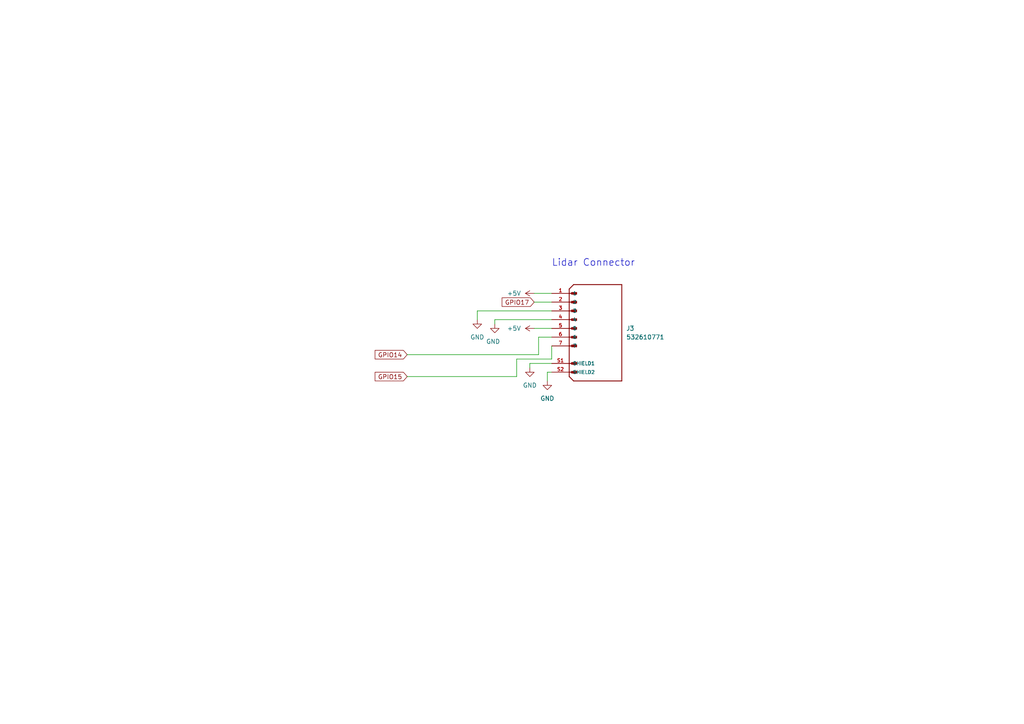
<source format=kicad_sch>
(kicad_sch (version 20231120) (generator "eeschema") (generator_version "8.0")
  (paper "A4")
  (lib_symbols
    (symbol "532610771:532610771" (pin_names (offset 1.016))
      (property "Reference" "J" (at -7.62 13.97 0))
      (property "Value" "532610771" (at -7.62 -17.78 0))
      (symbol "532610771_0_0"
        (rectangle (start -6.985 -13.0175) (end -5.3975 -12.3825) (stroke (width 0.1)) (fill (type outline)))
        (rectangle (start -6.985 -10.4775) (end -5.3975 -9.8425) (stroke (width 0.1)) (fill (type outline)))
        (rectangle (start -6.985 -5.3975) (end -5.3975 -4.7625) (stroke (width 0.1)) (fill (type outline)))
        (rectangle (start -6.985 -2.8575) (end -5.3975 -2.2225) (stroke (width 0.1)) (fill (type outline)))
        (rectangle (start -6.985 -0.3175) (end -5.3975 0.3175) (stroke (width 0.1)) (fill (type outline)))
        (rectangle (start -6.985 2.2225) (end -5.3975 2.8575) (stroke (width 0.1)) (fill (type outline)))
        (rectangle (start -6.985 4.7625) (end -5.3975 5.3975) (stroke (width 0.1)) (fill (type outline)))
        (rectangle (start -6.985 7.3025) (end -5.3975 7.9375) (stroke (width 0.1)) (fill (type outline)))
        (rectangle (start -6.985 9.8425) (end -5.3975 10.4775) (stroke (width 0.1)) (fill (type outline)))
        (polyline (pts (xy -7.62 -13.97) (xy -6.35 -15.24)) (stroke (width 0.254)))
        (polyline (pts (xy -7.62 -12.7) (xy -5.715 -12.7)) (stroke (width 0.254)))
        (polyline (pts (xy -7.62 -10.16) (xy -5.715 -10.16)) (stroke (width 0.254)))
        (polyline (pts (xy -7.62 -5.08) (xy -5.715 -5.08)) (stroke (width 0.254)))
        (polyline (pts (xy -7.62 -2.54) (xy -5.715 -2.54)) (stroke (width 0.254)))
        (polyline (pts (xy -7.62 0) (xy -5.715 0)) (stroke (width 0.254)))
        (polyline (pts (xy -7.62 2.54) (xy -5.715 2.54)) (stroke (width 0.254)))
        (polyline (pts (xy -7.62 5.08) (xy -5.715 5.08)) (stroke (width 0.254)))
        (polyline (pts (xy -7.62 7.62) (xy -5.715 7.62)) (stroke (width 0.254)))
        (polyline (pts (xy -7.62 10.16) (xy -5.715 10.16)) (stroke (width 0.254)))
        (polyline (pts (xy -7.62 11.43) (xy -7.62 -13.97)) (stroke (width 0.254)))
        (polyline (pts (xy -7.62 11.43) (xy -6.35 12.7)) (stroke (width 0.254)))
        (polyline (pts (xy -6.35 -15.24) (xy 7.62 -15.24)) (stroke (width 0.254)))
        (polyline (pts (xy 7.62 -15.24) (xy 7.62 12.7)) (stroke (width 0.254)))
        (polyline (pts (xy 7.62 12.7) (xy -6.35 12.7)) (stroke (width 0.254)))
        (pin passive line (at -12.7 10.16 0) (length 5.08) (name "1") (number "1"))
        (pin passive line (at -12.7 7.62 0) (length 5.08) (name "2") (number "2"))
        (pin passive line (at -12.7 5.08 0) (length 5.08) (name "3") (number "3"))
        (pin passive line (at -12.7 2.54 0) (length 5.08) (name "4") (number "4"))
        (pin passive line (at -12.7 0 0) (length 5.08) (name "5") (number "5"))
        (pin passive line (at -12.7 -2.54 0) (length 5.08) (name "6") (number "6"))
        (pin passive line (at -12.7 -5.08 0) (length 5.08) (name "7") (number "7"))
        (pin passive line (at -12.7 -10.16 0) (length 5.08) (name "SHIELD1") (number "S1"))
        (pin passive line (at -12.7 -12.7 0) (length 5.08) (name "SHIELD2") (number "S2"))
      )
    )
    (symbol "power:+5V" (power) (pin_names (offset 0))
      (property "Value" "+5V" (at 0 3.556 0))
      (symbol "+5V_0_1"
        (polyline (pts (xy -0.762 1.27) (xy 0 2.54)))
        (polyline (pts (xy 0 0) (xy 0 2.54)))
        (polyline (pts (xy 0 2.54) (xy 0.762 1.27)))
      )
      (symbol "+5V_1_1"
        (pin power_in line (at 0 0 90) (length 0) hide (name "+5V") (number "1"))
      )
    )
    (symbol "power:GND" (power) (pin_names (offset 0))
      (property "Value" "GND" (at 0 -3.81 0))
      (symbol "GND_0_1"
        (polyline (pts (xy 0 0) (xy 0 -1.27) (xy 1.27 -1.27) (xy 0 -2.54) (xy -1.27 -1.27) (xy 0 -1.27)))
      )
      (symbol "GND_1_1"
        (pin power_in line (at 0 0 270) (length 0) hide (name "GND") (number "1"))
      )
    )
  )
  (wire (pts (xy 156.21 97.79) (xy 160.02 97.79)))
  (wire (pts (xy 160.02 85.09) (xy 154.94 85.09)))
  (wire (pts (xy 160.02 105.41) (xy 153.67 105.41)))
  (wire (pts (xy 138.43 90.17) (xy 138.43 92.71)))
  (wire (pts (xy 118.11 102.87) (xy 156.21 102.87)))
  (wire (pts (xy 160.02 104.14) (xy 160.02 100.33)))
  (wire (pts (xy 149.86 109.22) (xy 149.86 104.14)))
  (wire (pts (xy 153.67 105.41) (xy 153.67 106.68)))
  (wire (pts (xy 154.94 95.25) (xy 160.02 95.25)))
  (wire (pts (xy 143.51 92.71) (xy 160.02 92.71)))
  (wire (pts (xy 154.94 87.63) (xy 160.02 87.63)))
  (wire (pts (xy 138.43 90.17) (xy 160.02 90.17)))
  (wire (pts (xy 143.51 92.71) (xy 143.51 93.98)))
  (wire (pts (xy 156.21 102.87) (xy 156.21 97.79)))
  (wire (pts (xy 158.75 107.95) (xy 158.75 110.49)))
  (wire (pts (xy 118.11 109.22) (xy 149.86 109.22)))
  (wire (pts (xy 160.02 107.95) (xy 158.75 107.95)))
  (wire (pts (xy 149.86 104.14) (xy 160.02 104.14)))
  (text "Lidar Connector\n" (at 160.02 77.47 0) (effects (font (size 2 2)) (justify left bottom)))
  (global_label "GPIO15" (shape input) (at 118.11 109.22 180) (property "Intersheetrefs" "${INTERSHEET_REFS}" (effects (hide yes))))
  (global_label "GPIO14" (shape input) (at 118.11 102.87 180) (property "Intersheetrefs" "${INTERSHEET_REFS}" (effects (hide yes))))
  (global_label "GPIO17" (shape input) (at 154.94 87.63 180) (property "Intersheetrefs" "${INTERSHEET_REFS}" (effects (hide yes))))
  (symbol (lib_id "power:+5V") (at 154.94 95.25 90) (unit 1)
    (property "Reference" "#PWR05" (effects (hide yes)))
    (property "Value" "+5V" (at 151.13 95.25 90) (effects (justify left)))
  )
  (symbol (lib_id "power:GND") (at 153.67 106.68 0) (unit 1)
    (property "Reference" "#PWR03" (effects (hide yes)))
    (property "Value" "GND" (at 153.67 111.76 0))
  )
  (symbol (lib_id "power:GND") (at 158.75 110.49 0) (unit 1)
    (property "Reference" "#PWR06" (effects (hide yes)))
    (property "Value" "GND" (at 158.75 115.57 0))
  )
  (symbol (lib_id "power:+5V") (at 154.94 85.09 90) (unit 1)
    (property "Reference" "#PWR04" (effects (hide yes)))
    (property "Value" "+5V" (at 151.13 85.09 90) (effects (justify left)))
  )
  (symbol (lib_id "power:GND") (at 143.51 93.98 0) (unit 1)
    (property "Reference" "#PWR02" (effects (hide yes)))
    (property "Value" "GND" (at 140.97 99.06 0) (effects (justify left)))
  )
  (symbol (lib_id "532610771:532610771") (at 172.72 95.25 0) (unit 1)
    (property "Reference" "J3" (at 181.61 95.25 0) (effects (justify left)))
    (property "Value" "532610771" (at 181.61 97.79 0) (effects (justify left)))
    (property "Footprint" "CSTAR-MainBoard-Footprints:MOLEX_532610771" (effects (hide yes)))
    (property "Description" "\nPicoblade Connector, 7 Circuit Single Row, Right Angle Surface Mount SMT PCB\n" (effects (hide yes)))
    (property "DigiKey_Part_Number" "WM7625TR-ND" (effects (hide yes)))
    (property "MF" "Molex" (effects (hide yes)))
    (property "MAXIMUM_PACKAGE_HEIGHT" "3.4 mm" (effects (hide yes)))
    (property "Package" "None" (effects (hide yes)))
    (property "Check_prices" "https://www.snapeda.com/parts/0532610771/Molex/view-part/?ref=eda" (effects (hide yes)))
    (property "STANDARD" "Manufacturer Recommendations" (effects (hide yes)))
    (property "PARTREV" "J" (effects (hide yes)))
    (property "SnapEDA_Link" "https://www.snapeda.com/parts/0532610771/Molex/view-part/?ref=snap" (effects (hide yes)))
    (property "MP" "0532610771" (effects (hide yes)))
    (property "Purchase-URL" "https://www.snapeda.com/api/url_track_click_mouser/?unipart_id=577144&manufacturer=Molex&part_name=0532610771&search_term=None" (effects (hide yes)))
    (property "MANUFACTURER" "Molex" (effects (hide yes)))
  )
  (symbol (lib_id "power:GND") (at 138.43 92.71 0) (unit 1)
    (property "Reference" "#PWR01" (effects (hide yes)))
    (property "Value" "GND" (at 138.43 97.79 0))
  )
)
</source>
